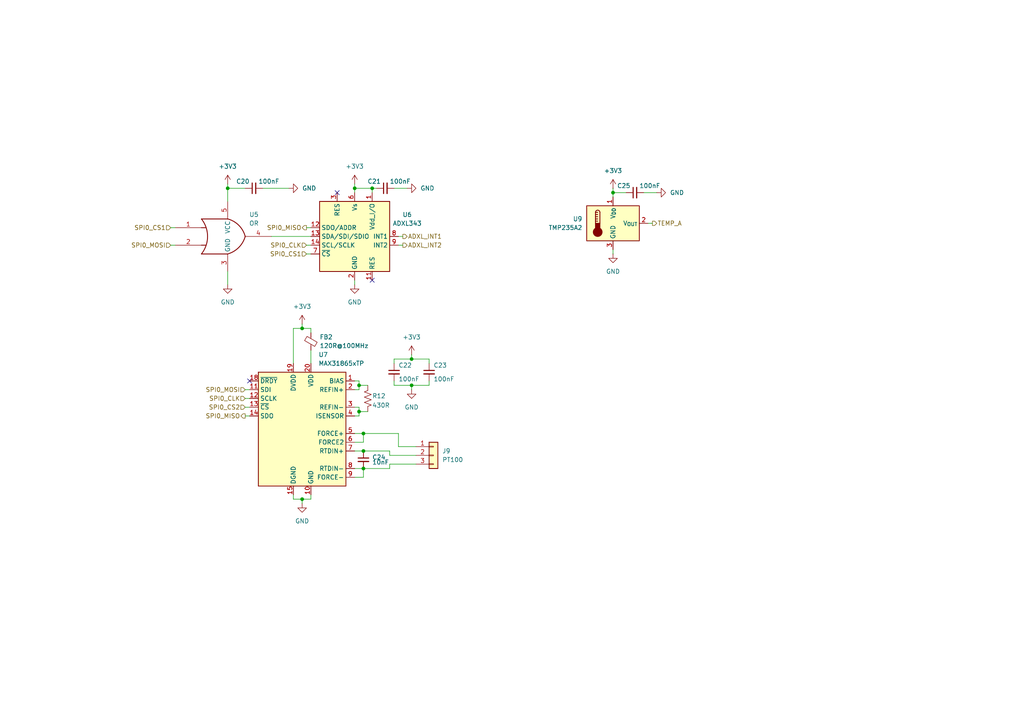
<source format=kicad_sch>
(kicad_sch (version 20231120) (generator "eeschema") (generator_version "8.0")
  (paper "A4")
  (lib_symbols
    (symbol "74xGxx:74AHC1G32"
      (property "Reference" "U" (at -2.54 3.81 0))
      (property "Value" "74AHC1G32" (at 0 -3.81 0))
      (symbol "74AHC1G32_0_1"
        (arc (start -7.62 -5.08) (mid -5.838 0) (end -7.62 5.08) (stroke (width 0.254)))
        (arc (start 0 -5.08) (mid 3.1986 -3.2054) (end 5.08 0) (stroke (width 0.254)))
        (polyline (pts (xy -7.62 -2.54) (xy -6.35 -2.54)) (stroke (width 0.254)) (fill (type background)))
        (polyline (pts (xy -7.62 2.54) (xy -6.35 2.54)) (stroke (width 0.254)) (fill (type background)))
        (polyline (pts (xy 0 -5.08) (xy -7.62 -5.08)) (stroke (width 0.254)) (fill (type background)))
        (polyline (pts (xy 0 5.08) (xy -7.62 5.08)) (stroke (width 0.254)) (fill (type background)))
        (arc (start 5.08 0) (mid 3.2238 3.2304) (end 0 5.08) (stroke (width 0.254)))
      )
      (symbol "74AHC1G32_1_1"
        (pin input line (at -15.24 2.54 0) (length 7.62) (name "~") (number "1"))
        (pin input line (at -15.24 -2.54 0) (length 7.62) (name "~") (number "2"))
        (pin power_in line (at 0 -10.16 90) (length 5.08) (name "GND") (number "3"))
        (pin output line (at 12.7 0 180) (length 7.62) (name "~") (number "4"))
        (pin power_in line (at 0 10.16 270) (length 5.08) (name "VCC") (number "5"))
      )
    )
    (symbol "Connector_Generic:Conn_01x03" (pin_names (offset 1.016) hide)
      (property "Reference" "J" (at 0 5.08 0))
      (property "Value" "Conn_01x03" (at 0 -5.08 0))
      (symbol "Conn_01x03_1_1"
        (rectangle (start -1.27 -2.413) (end 0 -2.667) (stroke (width 0.1524)))
        (rectangle (start -1.27 0.127) (end 0 -0.127) (stroke (width 0.1524)))
        (rectangle (start -1.27 2.667) (end 0 2.413) (stroke (width 0.1524)))
        (rectangle (start -1.27 3.81) (end 1.27 -3.81) (stroke (width 0.254)) (fill (type background)))
        (pin passive line (at -5.08 2.54 0) (length 3.81) (name "Pin_1") (number "1"))
        (pin passive line (at -5.08 0 0) (length 3.81) (name "Pin_2") (number "2"))
        (pin passive line (at -5.08 -2.54 0) (length 3.81) (name "Pin_3") (number "3"))
      )
    )
    (symbol "Device:C_Small" (pin_numbers hide) (pin_names (offset 0.254) hide)
      (property "Reference" "C" (at 0.254 1.778 0))
      (property "Value" "C_Small" (at 0.254 -2.032 0))
      (symbol "C_Small_0_1"
        (polyline (pts (xy -1.524 -0.508) (xy 1.524 -0.508)) (stroke (width 0.3302)))
        (polyline (pts (xy -1.524 0.508) (xy 1.524 0.508)) (stroke (width 0.3048)))
      )
      (symbol "C_Small_1_1"
        (pin passive line (at 0 2.54 270) (length 2.032) (name "~") (number "1"))
        (pin passive line (at 0 -2.54 90) (length 2.032) (name "~") (number "2"))
      )
    )
    (symbol "Device:FerriteBead_Small" (pin_numbers hide) (pin_names (offset 0))
      (property "Reference" "FB" (at 1.905 1.27 0))
      (property "Value" "FerriteBead_Small" (at 1.905 -1.27 0))
      (symbol "FerriteBead_Small_0_1"
        (polyline (pts (xy 0 -1.27) (xy 0 -0.7874)))
        (polyline (pts (xy 0 0.889) (xy 0 1.2954)))
        (polyline (pts (xy -1.8288 0.2794) (xy -1.1176 1.4986) (xy 1.8288 -0.2032) (xy 1.1176 -1.4224) (xy -1.8288 0.2794)))
      )
      (symbol "FerriteBead_Small_1_1"
        (pin passive line (at 0 2.54 270) (length 1.27) (name "~") (number "1"))
        (pin passive line (at 0 -2.54 90) (length 1.27) (name "~") (number "2"))
      )
    )
    (symbol "Device:R_US" (pin_numbers hide) (pin_names (offset 0))
      (property "Reference" "R" (at 2.54 0 90))
      (property "Value" "R_US" (at -2.54 0 90))
      (symbol "R_US_0_1"
        (polyline (pts (xy 0 -2.286) (xy 0 -2.54)))
        (polyline (pts (xy 0 2.286) (xy 0 2.54)))
        (polyline (pts (xy 0 -0.762) (xy 1.016 -1.143) (xy 0 -1.524) (xy -1.016 -1.905) (xy 0 -2.286)))
        (polyline (pts (xy 0 0.762) (xy 1.016 0.381) (xy 0 0) (xy -1.016 -0.381) (xy 0 -0.762)))
        (polyline (pts (xy 0 2.286) (xy 1.016 1.905) (xy 0 1.524) (xy -1.016 1.143) (xy 0 0.762)))
      )
      (symbol "R_US_1_1"
        (pin passive line (at 0 3.81 270) (length 1.27) (name "~") (number "1"))
        (pin passive line (at 0 -3.81 90) (length 1.27) (name "~") (number "2"))
      )
    )
    (symbol "Sensor_Motion:ADXL343"
      (property "Reference" "U" (at -8.89 11.43 0))
      (property "Value" "ADXL343" (at -7.62 -11.43 0))
      (symbol "ADXL343_0_1"
        (rectangle (start -10.16 10.16) (end 10.16 -10.16) (stroke (width 0.254)) (fill (type background)))
      )
      (symbol "ADXL343_1_1"
        (pin power_in line (at 5.08 12.7 270) (length 2.54) (name "Vdd_I/O") (number "1"))
        (pin no_connect line (at -5.08 -10.16 90) (length 2.54) hide (name "NC") (number "10"))
        (pin passive line (at 5.08 -12.7 90) (length 2.54) (name "RES") (number "11"))
        (pin bidirectional line (at -12.7 2.54 0) (length 2.54) (name "SDO/ADDR") (number "12"))
        (pin bidirectional line (at -12.7 0 0) (length 2.54) (name "SDA/SDI/SDIO") (number "13"))
        (pin input line (at -12.7 -2.54 0) (length 2.54) (name "SCL/SCLK") (number "14"))
        (pin power_in line (at 0 -12.7 90) (length 2.54) (name "GND") (number "2"))
        (pin passive line (at -5.08 12.7 270) (length 2.54) (name "RES") (number "3"))
        (pin passive line (at 0 -12.7 90) (length 2.54) hide (name "GND") (number "4"))
        (pin passive line (at 0 -12.7 90) (length 2.54) hide (name "GND") (number "5"))
        (pin power_in line (at 0 12.7 270) (length 2.54) (name "Vs") (number "6"))
        (pin input line (at -12.7 -5.08 0) (length 2.54) (name "~{CS}") (number "7"))
        (pin output line (at 12.7 0 180) (length 2.54) (name "INT1") (number "8"))
        (pin output line (at 12.7 -2.54 180) (length 2.54) (name "INT2") (number "9"))
      )
    )
    (symbol "Sensor_Temperature:MAX31865xTP"
      (property "Reference" "U" (at -11.43 19.05 0))
      (property "Value" "MAX31865xTP" (at 10.16 19.05 0))
      (symbol "MAX31865xTP_0_1"
        (rectangle (start -12.7 17.78) (end 12.7 -15.24) (stroke (width 0.254)) (fill (type background)))
      )
      (symbol "MAX31865xTP_1_1"
        (pin power_out line (at 15.24 15.24 180) (length 2.54) (name "BIAS") (number "1"))
        (pin power_in line (at 2.54 -17.78 90) (length 2.54) (name "GND") (number "10"))
        (pin input line (at -15.24 12.7 0) (length 2.54) (name "SDI") (number "11"))
        (pin input line (at -15.24 10.16 0) (length 2.54) (name "SCLK") (number "12"))
        (pin input line (at -15.24 7.62 0) (length 2.54) (name "~{CS}") (number "13"))
        (pin tri_state line (at -15.24 5.08 0) (length 2.54) (name "SDO") (number "14"))
        (pin power_in line (at -2.54 -17.78 90) (length 2.54) (name "DGND") (number "15"))
        (pin passive line (at 2.54 -17.78 90) (length 2.54) hide (name "GND") (number "16"))
        (pin no_connect line (at -12.7 -2.54 0) (length 2.54) hide (name "NC") (number "17"))
        (pin output line (at -15.24 15.24 0) (length 2.54) (name "~{DRDY}") (number "18"))
        (pin power_in line (at -2.54 20.32 270) (length 2.54) (name "DVDD") (number "19"))
        (pin input line (at 15.24 12.7 180) (length 2.54) (name "REFIN+") (number "2"))
        (pin power_in line (at 2.54 20.32 270) (length 2.54) (name "VDD") (number "20"))
        (pin passive line (at 2.54 -17.78 90) (length 2.54) hide (name "GND") (number "21"))
        (pin input line (at 15.24 7.62 180) (length 2.54) (name "REFIN-") (number "3"))
        (pin passive line (at 15.24 5.08 180) (length 2.54) (name "ISENSOR") (number "4"))
        (pin passive line (at 15.24 0 180) (length 2.54) (name "FORCE+") (number "5"))
        (pin input line (at 15.24 -2.54 180) (length 2.54) (name "FORCE2") (number "6"))
        (pin input line (at 15.24 -5.08 180) (length 2.54) (name "RTDIN+") (number "7"))
        (pin input line (at 15.24 -10.16 180) (length 2.54) (name "RTDIN-") (number "8"))
        (pin power_out line (at 15.24 -12.7 180) (length 2.54) (name "FORCE-") (number "9"))
      )
    )
    (symbol "Sensor_Temperature:TC1047AxNB"
      (property "Reference" "U" (at -6.35 6.35 0))
      (property "Value" "TC1047AxNB" (at 1.27 6.35 0))
      (symbol "TC1047AxNB_0_1"
        (rectangle (start -7.62 5.08) (end 7.62 -5.08) (stroke (width 0.254)) (fill (type background)))
        (circle (center -4.445 -2.54) (radius 1.27) (stroke (width 0.254)) (fill (type outline)))
        (rectangle (start -3.81 -1.905) (end -5.08 0) (stroke (width 0.254)) (fill (type outline)))
        (arc (start -3.81 3.175) (mid -4.445 3.8073) (end -5.08 3.175) (stroke (width 0.254)))
        (polyline (pts (xy -5.08 0.635) (xy -4.445 0.635)) (stroke (width 0.254)))
        (polyline (pts (xy -5.08 1.27) (xy -4.445 1.27)) (stroke (width 0.254)))
        (polyline (pts (xy -5.08 1.905) (xy -4.445 1.905)) (stroke (width 0.254)))
        (polyline (pts (xy -5.08 2.54) (xy -4.445 2.54)) (stroke (width 0.254)))
        (polyline (pts (xy -5.08 3.175) (xy -5.08 0)) (stroke (width 0.254)))
        (polyline (pts (xy -5.08 3.175) (xy -4.445 3.175)) (stroke (width 0.254)))
        (polyline (pts (xy -3.81 3.175) (xy -3.81 0)) (stroke (width 0.254)))
      )
      (symbol "TC1047AxNB_1_1"
        (pin power_in line (at 0 7.62 270) (length 2.54) (name "V_{DD}") (number "1"))
        (pin output line (at 10.16 0 180) (length 2.54) (name "V_{OUT}") (number "2"))
        (pin power_in line (at 0 -7.62 90) (length 2.54) (name "GND") (number "3"))
      )
    )
    (symbol "power:+3V3" (power) (pin_numbers hide) (pin_names (offset 0) hide)
      (property "Value" "+3V3" (at 0 3.556 0))
      (symbol "+3V3_0_1"
        (polyline (pts (xy -0.762 1.27) (xy 0 2.54)))
        (polyline (pts (xy 0 0) (xy 0 2.54)))
        (polyline (pts (xy 0 2.54) (xy 0.762 1.27)))
      )
      (symbol "+3V3_1_1"
        (pin power_in line (at 0 0 90) (length 0) (name "~") (number "1"))
      )
    )
    (symbol "power:GND" (power) (pin_numbers hide) (pin_names (offset 0) hide)
      (property "Value" "GND" (at 0 -3.81 0))
      (symbol "GND_0_1"
        (polyline (pts (xy 0 0) (xy 0 -1.27) (xy 1.27 -1.27) (xy 0 -2.54) (xy -1.27 -1.27) (xy 0 -1.27)))
      )
      (symbol "GND_1_1"
        (pin power_in line (at 0 0 270) (length 0) (name "~") (number "1"))
      )
    )
  )
  (junction (at 66.04 54.61))
  (junction (at 104.14 119.38))
  (junction (at 87.63 144.78))
  (junction (at 104.14 111.76))
  (junction (at 105.41 125.73))
  (junction (at 177.8 55.88))
  (junction (at 119.38 104.14))
  (junction (at 102.87 54.61))
  (junction (at 119.38 111.76))
  (junction (at 105.41 135.89))
  (junction (at 105.41 130.81))
  (junction (at 87.63 95.25))
  (junction (at 107.95 54.61))
  (no_connect (at 97.79 55.88))
  (no_connect (at 72.39 110.49))
  (no_connect (at 107.95 81.28))
  (wire (pts (xy 71.12 118.11) (xy 72.39 118.11)))
  (wire (pts (xy 87.63 95.25) (xy 90.17 95.25)))
  (wire (pts (xy 87.63 144.78) (xy 90.17 144.78)))
  (wire (pts (xy 85.09 95.25) (xy 85.09 105.41)))
  (wire (pts (xy 85.09 144.78) (xy 87.63 144.78)))
  (wire (pts (xy 187.96 64.77) (xy 189.23 64.77)))
  (wire (pts (xy 102.87 55.88) (xy 102.87 54.61)))
  (wire (pts (xy 88.9 71.12) (xy 90.17 71.12)))
  (wire (pts (xy 71.12 120.65) (xy 72.39 120.65)))
  (wire (pts (xy 113.03 134.62) (xy 120.65 134.62)))
  (wire (pts (xy 115.57 68.58) (xy 116.84 68.58)))
  (wire (pts (xy 90.17 144.78) (xy 90.17 143.51)))
  (wire (pts (xy 102.87 138.43) (xy 105.41 138.43)))
  (wire (pts (xy 90.17 95.25) (xy 90.17 96.52)))
  (wire (pts (xy 105.41 125.73) (xy 115.57 125.73)))
  (wire (pts (xy 119.38 111.76) (xy 124.46 111.76)))
  (wire (pts (xy 104.14 119.38) (xy 104.14 120.65)))
  (wire (pts (xy 109.22 54.61) (xy 107.95 54.61)))
  (wire (pts (xy 105.41 138.43) (xy 105.41 135.89)))
  (wire (pts (xy 107.95 54.61) (xy 107.95 55.88)))
  (wire (pts (xy 119.38 111.76) (xy 119.38 113.03)))
  (wire (pts (xy 88.9 66.04) (xy 90.17 66.04)))
  (wire (pts (xy 113.03 132.08) (xy 120.65 132.08)))
  (wire (pts (xy 104.14 118.11) (xy 104.14 119.38)))
  (wire (pts (xy 66.04 53.34) (xy 66.04 54.61)))
  (wire (pts (xy 104.14 110.49) (xy 104.14 111.76)))
  (wire (pts (xy 78.74 68.58) (xy 90.17 68.58)))
  (wire (pts (xy 177.8 54.61) (xy 177.8 55.88)))
  (wire (pts (xy 115.57 129.54) (xy 120.65 129.54)))
  (wire (pts (xy 87.63 93.98) (xy 87.63 95.25)))
  (wire (pts (xy 66.04 54.61) (xy 66.04 58.42)))
  (wire (pts (xy 114.3 111.76) (xy 119.38 111.76)))
  (wire (pts (xy 105.41 130.81) (xy 113.03 130.81)))
  (wire (pts (xy 177.8 55.88) (xy 181.61 55.88)))
  (wire (pts (xy 102.87 53.34) (xy 102.87 54.61)))
  (wire (pts (xy 177.8 57.15) (xy 177.8 55.88)))
  (wire (pts (xy 87.63 144.78) (xy 87.63 146.05)))
  (wire (pts (xy 105.41 128.27) (xy 105.41 125.73)))
  (wire (pts (xy 124.46 110.49) (xy 124.46 111.76)))
  (wire (pts (xy 119.38 104.14) (xy 124.46 104.14)))
  (wire (pts (xy 66.04 54.61) (xy 71.12 54.61)))
  (wire (pts (xy 102.87 130.81) (xy 105.41 130.81)))
  (wire (pts (xy 66.04 78.74) (xy 66.04 82.55)))
  (wire (pts (xy 102.87 54.61) (xy 107.95 54.61)))
  (wire (pts (xy 85.09 95.25) (xy 87.63 95.25)))
  (wire (pts (xy 104.14 111.76) (xy 104.14 113.03)))
  (wire (pts (xy 190.5 55.88) (xy 186.69 55.88)))
  (wire (pts (xy 102.87 118.11) (xy 104.14 118.11)))
  (wire (pts (xy 104.14 113.03) (xy 102.87 113.03)))
  (wire (pts (xy 102.87 81.28) (xy 102.87 82.55)))
  (wire (pts (xy 115.57 125.73) (xy 115.57 129.54)))
  (wire (pts (xy 115.57 71.12) (xy 116.84 71.12)))
  (wire (pts (xy 114.3 104.14) (xy 114.3 105.41)))
  (wire (pts (xy 114.3 104.14) (xy 119.38 104.14)))
  (wire (pts (xy 71.12 115.57) (xy 72.39 115.57)))
  (wire (pts (xy 88.9 73.66) (xy 90.17 73.66)))
  (wire (pts (xy 124.46 105.41) (xy 124.46 104.14)))
  (wire (pts (xy 113.03 135.89) (xy 113.03 134.62)))
  (wire (pts (xy 105.41 135.89) (xy 113.03 135.89)))
  (wire (pts (xy 76.2 54.61) (xy 83.82 54.61)))
  (wire (pts (xy 102.87 125.73) (xy 105.41 125.73)))
  (wire (pts (xy 102.87 135.89) (xy 105.41 135.89)))
  (wire (pts (xy 102.87 128.27) (xy 105.41 128.27)))
  (wire (pts (xy 118.11 54.61) (xy 114.3 54.61)))
  (wire (pts (xy 104.14 120.65) (xy 102.87 120.65)))
  (wire (pts (xy 113.03 130.81) (xy 113.03 132.08)))
  (wire (pts (xy 102.87 110.49) (xy 104.14 110.49)))
  (wire (pts (xy 85.09 143.51) (xy 85.09 144.78)))
  (wire (pts (xy 71.12 113.03) (xy 72.39 113.03)))
  (wire (pts (xy 114.3 111.76) (xy 114.3 110.49)))
  (wire (pts (xy 104.14 111.76) (xy 106.68 111.76)))
  (wire (pts (xy 49.53 71.12) (xy 50.8 71.12)))
  (wire (pts (xy 104.14 119.38) (xy 106.68 119.38)))
  (wire (pts (xy 177.8 72.39) (xy 177.8 73.66)))
  (wire (pts (xy 90.17 101.6) (xy 90.17 105.41)))
  (wire (pts (xy 119.38 102.87) (xy 119.38 104.14)))
  (wire (pts (xy 50.8 66.04) (xy 49.53 66.04)))
  (hierarchical_label "SPI0_CLK" (shape input) (at 71.12 115.57 180))
  (hierarchical_label "SPI0_MISO" (shape output) (at 71.12 120.65 180))
  (hierarchical_label "SPI0_CS1" (shape input) (at 49.53 66.04 180))
  (hierarchical_label "TEMP_A" (shape output) (at 189.23 64.77 0))
  (hierarchical_label "SPI0_CS2" (shape input) (at 71.12 118.11 180))
  (hierarchical_label "ADXL_INT2" (shape output) (at 116.84 71.12 0))
  (hierarchical_label "SPI0_MOSI" (shape input) (at 49.53 71.12 180))
  (hierarchical_label "SPI0_CLK" (shape input) (at 88.9 71.12 180))
  (hierarchical_label "SPI0_CS1" (shape input) (at 88.9 73.66 180))
  (hierarchical_label "SPI0_MISO" (shape output) (at 88.9 66.04 180))
  (hierarchical_label "SPI0_MOSI" (shape input) (at 71.12 113.03 180))
  (hierarchical_label "ADXL_INT1" (shape output) (at 116.84 68.58 0))
  (symbol (lib_id "power:+3V3") (at 102.87 53.34 0) (unit 1)
    (property "Reference" "#PWR026" (effects (hide yes)))
    (property "Value" "+3V3" (at 102.87 48.26 0))
    (property "Description" "Power symbol creates a global label with name \"+3V3\"" (effects (hide yes)))
  )
  (symbol (lib_id "74xGxx:74AHC1G32") (at 66.04 68.58 0) (unit 1)
    (property "Reference" "U5" (at 73.66 62.23 0))
    (property "Value" "OR" (at 73.66 64.77 0))
    (property "Datasheet" "http://www.ti.com/lit/sg/scyt129e/scyt129e.pdf" (effects (hide yes)))
    (property "Description" "Single OR Gate, Low-Voltage CMOS" (effects (hide yes)))
  )
  (symbol (lib_id "Device:C_Small") (at 111.76 54.61 90) (unit 1)
    (property "Reference" "C21" (at 110.49 53.34 90) (effects (justify left top)))
    (property "Value" "100nF" (at 113.03 53.34 90) (effects (justify right top)))
    (property "Footprint" "Capacitor_SMD:C_0603_1608Metric" (effects (hide yes)))
  )
  (symbol (lib_id "Device:C_Small") (at 184.15 55.88 90) (unit 1)
    (property "Reference" "C25" (at 182.88 54.61 90) (effects (justify left top)))
    (property "Value" "100nF" (at 185.42 54.61 90) (effects (justify right top)))
    (property "Footprint" "Capacitor_SMD:C_0603_1608Metric" (effects (hide yes)))
  )
  (symbol (lib_id "power:GND") (at 118.11 54.61 90) (unit 1)
    (property "Reference" "#PWR028" (effects (hide yes)))
    (property "Value" "GND" (at 121.92 54.6099 90) (effects (justify right)))
    (property "Description" "Power symbol creates a global label with name \"GND\" , ground" (effects (hide yes)))
  )
  (symbol (lib_id "power:GND") (at 102.87 82.55 0) (unit 1)
    (property "Reference" "#PWR030" (effects (hide yes)))
    (property "Value" "GND" (at 102.87 87.63 0))
    (property "Description" "Power symbol creates a global label with name \"GND\" , ground" (effects (hide yes)))
  )
  (symbol (lib_id "Device:C_Small") (at 105.41 133.35 0) (unit 1)
    (property "Reference" "C24" (at 107.95 133.35 0) (effects (justify left bottom)))
    (property "Value" "10nF" (at 107.95 133.35 0) (effects (justify left top)))
    (property "Description" "Unpolarized capacitor, small symbol" (effects (hide yes)))
  )
  (symbol (lib_id "power:+3V3") (at 87.63 93.98 0) (unit 1)
    (property "Reference" "#PWR031" (effects (hide yes)))
    (property "Value" "+3V3" (at 87.63 88.9 0))
    (property "Description" "Power symbol creates a global label with name \"+3V3\"" (effects (hide yes)))
  )
  (symbol (lib_id "Device:FerriteBead_Small") (at 90.17 99.06 0) (unit 1)
    (property "Reference" "FB2" (at 92.71 97.7518 0) (effects (justify left)))
    (property "Value" "120R@100MHz" (at 92.71 100.2918 0) (effects (justify left)))
    (property "Footprint" "Inductor_SMD:L_0603_1608Metric" (effects (hide yes)))
  )
  (symbol (lib_id "Connector_Generic:Conn_01x03") (at 125.73 132.08 0) (unit 1)
    (property "Reference" "J9" (at 128.27 130.8099 0) (effects (justify left)))
    (property "Value" "PT100" (at 128.27 133.3499 0) (effects (justify left)))
    (property "Description" "Generic connector, single row, 01x03, script generated (kicad-library-utils/schlib/autogen/connector/)" (effects (hide yes)))
  )
  (symbol (lib_id "Device:C_Small") (at 124.46 107.95 0) (unit 1)
    (property "Reference" "C23" (at 125.73 106.68 0) (effects (justify left bottom)))
    (property "Value" "100nF" (at 125.73 109.22 0) (effects (justify left top)))
    (property "Description" "Unpolarized capacitor, small symbol" (effects (hide yes)))
  )
  (symbol (lib_id "power:+3V3") (at 177.8 54.61 0) (unit 1)
    (property "Reference" "#PWR036" (effects (hide yes)))
    (property "Value" "+3V3" (at 177.8 49.53 0))
    (property "Description" "Power symbol creates a global label with name \"+3V3\"" (effects (hide yes)))
  )
  (symbol (lib_id "Sensor_Temperature:MAX31865xTP") (at 87.63 125.73 0) (unit 1)
    (property "Reference" "U7" (at 92.3641 102.87 0) (effects (justify left)))
    (property "Value" "MAX31865xTP" (at 92.3641 105.41 0) (effects (justify left)))
    (property "Footprint" "Package_DFN_QFN:TQFN-20-1EP_5x5mm_P0.65mm_EP3.25x3.25mm" (effects (hide yes)))
    (property "Datasheet" "https://datasheets.maximintegrated.com/en/ds/MAX31865.pdf" (effects (hide yes)))
    (property "Description" "RTD-to-Digital Converter, TQFN-20" (effects (hide yes)))
  )
  (symbol (lib_id "power:+3V3") (at 119.38 102.87 0) (unit 1)
    (property "Reference" "#PWR032" (effects (hide yes)))
    (property "Value" "+3V3" (at 119.38 97.79 0))
    (property "Description" "Power symbol creates a global label with name \"+3V3\"" (effects (hide yes)))
  )
  (symbol (lib_id "Device:R_US") (at 106.68 115.57 0) (mirror x) (unit 1)
    (property "Reference" "R12" (at 107.95 115.57 0) (effects (justify left top)))
    (property "Value" "430R" (at 107.95 116.84 0) (effects (justify left bottom)))
    (property "Description" "Resistor, US symbol" (effects (hide yes)))
  )
  (symbol (lib_id "Sensor_Temperature:TC1047AxNB") (at 177.8 64.77 0) (unit 1)
    (property "Reference" "U9" (at 168.91 63.4999 0) (effects (justify right)))
    (property "Value" "TMP235A2" (at 168.91 66.0399 0) (effects (justify right)))
    (property "Footprint" "Package_TO_SOT_SMD:SOT-23" (effects (hide yes)))
    (property "Datasheet" "http://ww1.microchip.com/downloads/en/DeviceDoc/21498D.pdf" (effects (hide yes)))
    (property "Description" "Precision Temperature-to-Voltage Converter, 10mV/ºC, -40ºC to +125ºC, ±2.0ºC (max), 2.5V to 5.5V, SOT-23" (effects (hide yes)))
  )
  (symbol (lib_id "power:GND") (at 87.63 146.05 0) (unit 1)
    (property "Reference" "#PWR035" (effects (hide yes)))
    (property "Value" "GND" (at 87.63 151.13 0))
    (property "Description" "Power symbol creates a global label with name \"GND\" , ground" (effects (hide yes)))
  )
  (symbol (lib_id "Device:C_Small") (at 114.3 107.95 0) (unit 1)
    (property "Reference" "C22" (at 115.57 106.68 0) (effects (justify left bottom)))
    (property "Value" "100nF" (at 115.57 109.22 0) (effects (justify left top)))
    (property "Description" "Unpolarized capacitor, small symbol" (effects (hide yes)))
  )
  (symbol (lib_id "power:GND") (at 119.38 113.03 0) (unit 1)
    (property "Reference" "#PWR033" (effects (hide yes)))
    (property "Value" "GND" (at 119.38 118.11 0))
    (property "Description" "Power symbol creates a global label with name \"GND\" , ground" (effects (hide yes)))
  )
  (symbol (lib_id "power:GND") (at 83.82 54.61 90) (unit 1)
    (property "Reference" "#PWR027" (effects (hide yes)))
    (property "Value" "GND" (at 87.63 54.6099 90) (effects (justify right)))
    (property "Description" "Power symbol creates a global label with name \"GND\" , ground" (effects (hide yes)))
  )
  (symbol (lib_id "Device:C_Small") (at 73.66 54.61 90) (unit 1)
    (property "Reference" "C20" (at 72.39 53.34 90) (effects (justify left top)))
    (property "Value" "100nF" (at 74.93 53.34 90) (effects (justify right top)))
    (property "Footprint" "Capacitor_SMD:C_0603_1608Metric" (effects (hide yes)))
  )
  (symbol (lib_id "Sensor_Motion:ADXL343") (at 102.87 68.58 0) (unit 1)
    (property "Reference" "U6" (at 118.11 62.2614 0))
    (property "Value" "ADXL343" (at 118.11 64.8014 0))
    (property "Footprint" "Package_LGA:LGA-14_3x5mm_P0.8mm_LayoutBorder1x6y" (effects (hide yes)))
    (property "Datasheet" "https://www.analog.com/media/en/technical-documentation/data-sheets/ADXL343.pdf" (effects (hide yes)))
    (property "Description" "3-Axis MEMS Accelerometer, 2/4/8/16g range, I2C/SPI, LGA-14" (effects (hide yes)))
  )
  (symbol (lib_id "power:GND") (at 190.5 55.88 90) (unit 1)
    (property "Reference" "#PWR037" (effects (hide yes)))
    (property "Value" "GND" (at 194.31 55.8799 90) (effects (justify right)))
    (property "Description" "Power symbol creates a global label with name \"GND\" , ground" (effects (hide yes)))
  )
  (symbol (lib_id "power:GND") (at 66.04 82.55 0) (unit 1)
    (property "Reference" "#PWR029" (effects (hide yes)))
    (property "Value" "GND" (at 66.04 87.63 0))
    (property "Description" "Power symbol creates a global label with name \"GND\" , ground" (effects (hide yes)))
  )
  (symbol (lib_id "power:GND") (at 177.8 73.66 0) (unit 1)
    (property "Reference" "#PWR038" (effects (hide yes)))
    (property "Value" "GND" (at 177.8 78.74 0))
    (property "Description" "Power symbol creates a global label with name \"GND\" , ground" (effects (hide yes)))
  )
  (symbol (lib_id "power:+3V3") (at 66.04 53.34 0) (unit 1)
    (property "Reference" "#PWR025" (effects (hide yes)))
    (property "Value" "+3V3" (at 66.04 48.26 0))
    (property "Description" "Power symbol creates a global label with name \"+3V3\"" (effects (hide yes)))
  )
)
</source>
